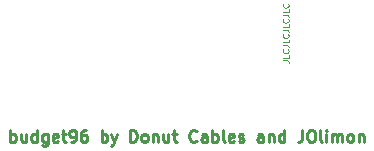
<source format=gbr>
G04 #@! TF.GenerationSoftware,KiCad,Pcbnew,(5.0.0)*
G04 #@! TF.CreationDate,2018-07-31T18:47:20-04:00*
G04 #@! TF.ProjectId,bottom_plate,626F74746F6D5F706C6174652E6B6963,rev?*
G04 #@! TF.SameCoordinates,Original*
G04 #@! TF.FileFunction,Legend,Top*
G04 #@! TF.FilePolarity,Positive*
%FSLAX46Y46*%
G04 Gerber Fmt 4.6, Leading zero omitted, Abs format (unit mm)*
G04 Created by KiCad (PCBNEW (5.0.0)) date 07/31/18 18:47:20*
%MOMM*%
%LPD*%
G01*
G04 APERTURE LIST*
%ADD10C,0.125000*%
%ADD11C,0.250000*%
G04 APERTURE END LIST*
D10*
X14966190Y-41679523D02*
X15323333Y-41679523D01*
X15394761Y-41703333D01*
X15442380Y-41750952D01*
X15466190Y-41822380D01*
X15466190Y-41870000D01*
X15466190Y-41203333D02*
X15466190Y-41441428D01*
X14966190Y-41441428D01*
X15418571Y-40750952D02*
X15442380Y-40774761D01*
X15466190Y-40846190D01*
X15466190Y-40893809D01*
X15442380Y-40965238D01*
X15394761Y-41012857D01*
X15347142Y-41036666D01*
X15251904Y-41060476D01*
X15180476Y-41060476D01*
X15085238Y-41036666D01*
X15037619Y-41012857D01*
X14990000Y-40965238D01*
X14966190Y-40893809D01*
X14966190Y-40846190D01*
X14990000Y-40774761D01*
X15013809Y-40750952D01*
X14966190Y-40393809D02*
X15323333Y-40393809D01*
X15394761Y-40417619D01*
X15442380Y-40465238D01*
X15466190Y-40536666D01*
X15466190Y-40584285D01*
X15466190Y-39917619D02*
X15466190Y-40155714D01*
X14966190Y-40155714D01*
X15418571Y-39465238D02*
X15442380Y-39489047D01*
X15466190Y-39560476D01*
X15466190Y-39608095D01*
X15442380Y-39679523D01*
X15394761Y-39727142D01*
X15347142Y-39750952D01*
X15251904Y-39774761D01*
X15180476Y-39774761D01*
X15085238Y-39750952D01*
X15037619Y-39727142D01*
X14990000Y-39679523D01*
X14966190Y-39608095D01*
X14966190Y-39560476D01*
X14990000Y-39489047D01*
X15013809Y-39465238D01*
X14966190Y-39108095D02*
X15323333Y-39108095D01*
X15394761Y-39131904D01*
X15442380Y-39179523D01*
X15466190Y-39250952D01*
X15466190Y-39298571D01*
X15466190Y-38631904D02*
X15466190Y-38870000D01*
X14966190Y-38870000D01*
X15418571Y-38179523D02*
X15442380Y-38203333D01*
X15466190Y-38274761D01*
X15466190Y-38322380D01*
X15442380Y-38393809D01*
X15394761Y-38441428D01*
X15347142Y-38465238D01*
X15251904Y-38489047D01*
X15180476Y-38489047D01*
X15085238Y-38465238D01*
X15037619Y-38441428D01*
X14990000Y-38393809D01*
X14966190Y-38322380D01*
X14966190Y-38274761D01*
X14990000Y-38203333D01*
X15013809Y-38179523D01*
X14966190Y-37822380D02*
X15323333Y-37822380D01*
X15394761Y-37846190D01*
X15442380Y-37893809D01*
X15466190Y-37965238D01*
X15466190Y-38012857D01*
X15466190Y-37346190D02*
X15466190Y-37584285D01*
X14966190Y-37584285D01*
X15418571Y-36893809D02*
X15442380Y-36917619D01*
X15466190Y-36989047D01*
X15466190Y-37036666D01*
X15442380Y-37108095D01*
X15394761Y-37155714D01*
X15347142Y-37179523D01*
X15251904Y-37203333D01*
X15180476Y-37203333D01*
X15085238Y-37179523D01*
X15037619Y-37155714D01*
X14990000Y-37108095D01*
X14966190Y-37036666D01*
X14966190Y-36989047D01*
X14990000Y-36917619D01*
X15013809Y-36893809D01*
D11*
X-8094380Y-48585380D02*
X-8094380Y-47585380D01*
X-8094380Y-47966333D02*
X-7999142Y-47918714D01*
X-7808666Y-47918714D01*
X-7713428Y-47966333D01*
X-7665809Y-48013952D01*
X-7618190Y-48109190D01*
X-7618190Y-48394904D01*
X-7665809Y-48490142D01*
X-7713428Y-48537761D01*
X-7808666Y-48585380D01*
X-7999142Y-48585380D01*
X-8094380Y-48537761D01*
X-6761047Y-47918714D02*
X-6761047Y-48585380D01*
X-7189619Y-47918714D02*
X-7189619Y-48442523D01*
X-7142000Y-48537761D01*
X-7046761Y-48585380D01*
X-6903904Y-48585380D01*
X-6808666Y-48537761D01*
X-6761047Y-48490142D01*
X-5856285Y-48585380D02*
X-5856285Y-47585380D01*
X-5856285Y-48537761D02*
X-5951523Y-48585380D01*
X-6142000Y-48585380D01*
X-6237238Y-48537761D01*
X-6284857Y-48490142D01*
X-6332476Y-48394904D01*
X-6332476Y-48109190D01*
X-6284857Y-48013952D01*
X-6237238Y-47966333D01*
X-6142000Y-47918714D01*
X-5951523Y-47918714D01*
X-5856285Y-47966333D01*
X-4951523Y-47918714D02*
X-4951523Y-48728238D01*
X-4999142Y-48823476D01*
X-5046761Y-48871095D01*
X-5142000Y-48918714D01*
X-5284857Y-48918714D01*
X-5380095Y-48871095D01*
X-4951523Y-48537761D02*
X-5046761Y-48585380D01*
X-5237238Y-48585380D01*
X-5332476Y-48537761D01*
X-5380095Y-48490142D01*
X-5427714Y-48394904D01*
X-5427714Y-48109190D01*
X-5380095Y-48013952D01*
X-5332476Y-47966333D01*
X-5237238Y-47918714D01*
X-5046761Y-47918714D01*
X-4951523Y-47966333D01*
X-4094380Y-48537761D02*
X-4189619Y-48585380D01*
X-4380095Y-48585380D01*
X-4475333Y-48537761D01*
X-4522952Y-48442523D01*
X-4522952Y-48061571D01*
X-4475333Y-47966333D01*
X-4380095Y-47918714D01*
X-4189619Y-47918714D01*
X-4094380Y-47966333D01*
X-4046761Y-48061571D01*
X-4046761Y-48156809D01*
X-4522952Y-48252047D01*
X-3761047Y-47918714D02*
X-3380095Y-47918714D01*
X-3618190Y-47585380D02*
X-3618190Y-48442523D01*
X-3570571Y-48537761D01*
X-3475333Y-48585380D01*
X-3380095Y-48585380D01*
X-2999142Y-48585380D02*
X-2808666Y-48585380D01*
X-2713428Y-48537761D01*
X-2665809Y-48490142D01*
X-2570571Y-48347285D01*
X-2522952Y-48156809D01*
X-2522952Y-47775857D01*
X-2570571Y-47680619D01*
X-2618190Y-47633000D01*
X-2713428Y-47585380D01*
X-2903904Y-47585380D01*
X-2999142Y-47633000D01*
X-3046761Y-47680619D01*
X-3094380Y-47775857D01*
X-3094380Y-48013952D01*
X-3046761Y-48109190D01*
X-2999142Y-48156809D01*
X-2903904Y-48204428D01*
X-2713428Y-48204428D01*
X-2618190Y-48156809D01*
X-2570571Y-48109190D01*
X-2522952Y-48013952D01*
X-1665809Y-47585380D02*
X-1856285Y-47585380D01*
X-1951523Y-47633000D01*
X-1999142Y-47680619D01*
X-2094380Y-47823476D01*
X-2142000Y-48013952D01*
X-2142000Y-48394904D01*
X-2094380Y-48490142D01*
X-2046761Y-48537761D01*
X-1951523Y-48585380D01*
X-1761047Y-48585380D01*
X-1665809Y-48537761D01*
X-1618190Y-48490142D01*
X-1570571Y-48394904D01*
X-1570571Y-48156809D01*
X-1618190Y-48061571D01*
X-1665809Y-48013952D01*
X-1761047Y-47966333D01*
X-1951523Y-47966333D01*
X-2046761Y-48013952D01*
X-2094380Y-48061571D01*
X-2142000Y-48156809D01*
X-380095Y-48585380D02*
X-380095Y-47585380D01*
X-380095Y-47966333D02*
X-284857Y-47918714D01*
X-94380Y-47918714D01*
X857Y-47966333D01*
X48476Y-48013952D01*
X96095Y-48109190D01*
X96095Y-48394904D01*
X48476Y-48490142D01*
X857Y-48537761D01*
X-94380Y-48585380D01*
X-284857Y-48585380D01*
X-380095Y-48537761D01*
X429428Y-47918714D02*
X667523Y-48585380D01*
X905619Y-47918714D02*
X667523Y-48585380D01*
X572285Y-48823476D01*
X524666Y-48871095D01*
X429428Y-48918714D01*
X2048476Y-48585380D02*
X2048476Y-47585380D01*
X2286571Y-47585380D01*
X2429428Y-47633000D01*
X2524666Y-47728238D01*
X2572285Y-47823476D01*
X2619904Y-48013952D01*
X2619904Y-48156809D01*
X2572285Y-48347285D01*
X2524666Y-48442523D01*
X2429428Y-48537761D01*
X2286571Y-48585380D01*
X2048476Y-48585380D01*
X3191333Y-48585380D02*
X3096095Y-48537761D01*
X3048476Y-48490142D01*
X3000857Y-48394904D01*
X3000857Y-48109190D01*
X3048476Y-48013952D01*
X3096095Y-47966333D01*
X3191333Y-47918714D01*
X3334190Y-47918714D01*
X3429428Y-47966333D01*
X3477047Y-48013952D01*
X3524666Y-48109190D01*
X3524666Y-48394904D01*
X3477047Y-48490142D01*
X3429428Y-48537761D01*
X3334190Y-48585380D01*
X3191333Y-48585380D01*
X3953238Y-47918714D02*
X3953238Y-48585380D01*
X3953238Y-48013952D02*
X4000857Y-47966333D01*
X4096095Y-47918714D01*
X4238952Y-47918714D01*
X4334190Y-47966333D01*
X4381809Y-48061571D01*
X4381809Y-48585380D01*
X5286571Y-47918714D02*
X5286571Y-48585380D01*
X4857999Y-47918714D02*
X4857999Y-48442523D01*
X4905619Y-48537761D01*
X5000857Y-48585380D01*
X5143714Y-48585380D01*
X5238952Y-48537761D01*
X5286571Y-48490142D01*
X5619904Y-47918714D02*
X6000857Y-47918714D01*
X5762761Y-47585380D02*
X5762761Y-48442523D01*
X5810380Y-48537761D01*
X5905619Y-48585380D01*
X6000857Y-48585380D01*
X7667523Y-48490142D02*
X7619904Y-48537761D01*
X7477047Y-48585380D01*
X7381809Y-48585380D01*
X7238952Y-48537761D01*
X7143714Y-48442523D01*
X7096095Y-48347285D01*
X7048476Y-48156809D01*
X7048476Y-48013952D01*
X7096095Y-47823476D01*
X7143714Y-47728238D01*
X7238952Y-47633000D01*
X7381809Y-47585380D01*
X7477047Y-47585380D01*
X7619904Y-47633000D01*
X7667523Y-47680619D01*
X8524666Y-48585380D02*
X8524666Y-48061571D01*
X8477047Y-47966333D01*
X8381809Y-47918714D01*
X8191333Y-47918714D01*
X8096095Y-47966333D01*
X8524666Y-48537761D02*
X8429428Y-48585380D01*
X8191333Y-48585380D01*
X8096095Y-48537761D01*
X8048476Y-48442523D01*
X8048476Y-48347285D01*
X8096095Y-48252047D01*
X8191333Y-48204428D01*
X8429428Y-48204428D01*
X8524666Y-48156809D01*
X9000857Y-48585380D02*
X9000857Y-47585380D01*
X9000857Y-47966333D02*
X9096095Y-47918714D01*
X9286571Y-47918714D01*
X9381809Y-47966333D01*
X9429428Y-48013952D01*
X9477047Y-48109190D01*
X9477047Y-48394904D01*
X9429428Y-48490142D01*
X9381809Y-48537761D01*
X9286571Y-48585380D01*
X9096095Y-48585380D01*
X9000857Y-48537761D01*
X10048476Y-48585380D02*
X9953238Y-48537761D01*
X9905619Y-48442523D01*
X9905619Y-47585380D01*
X10810380Y-48537761D02*
X10715142Y-48585380D01*
X10524666Y-48585380D01*
X10429428Y-48537761D01*
X10381809Y-48442523D01*
X10381809Y-48061571D01*
X10429428Y-47966333D01*
X10524666Y-47918714D01*
X10715142Y-47918714D01*
X10810380Y-47966333D01*
X10857999Y-48061571D01*
X10857999Y-48156809D01*
X10381809Y-48252047D01*
X11238952Y-48537761D02*
X11334190Y-48585380D01*
X11524666Y-48585380D01*
X11619904Y-48537761D01*
X11667523Y-48442523D01*
X11667523Y-48394904D01*
X11619904Y-48299666D01*
X11524666Y-48252047D01*
X11381809Y-48252047D01*
X11286571Y-48204428D01*
X11238952Y-48109190D01*
X11238952Y-48061571D01*
X11286571Y-47966333D01*
X11381809Y-47918714D01*
X11524666Y-47918714D01*
X11619904Y-47966333D01*
X13286571Y-48585380D02*
X13286571Y-48061571D01*
X13238952Y-47966333D01*
X13143714Y-47918714D01*
X12953238Y-47918714D01*
X12857999Y-47966333D01*
X13286571Y-48537761D02*
X13191333Y-48585380D01*
X12953238Y-48585380D01*
X12857999Y-48537761D01*
X12810380Y-48442523D01*
X12810380Y-48347285D01*
X12857999Y-48252047D01*
X12953238Y-48204428D01*
X13191333Y-48204428D01*
X13286571Y-48156809D01*
X13762761Y-47918714D02*
X13762761Y-48585380D01*
X13762761Y-48013952D02*
X13810380Y-47966333D01*
X13905619Y-47918714D01*
X14048476Y-47918714D01*
X14143714Y-47966333D01*
X14191333Y-48061571D01*
X14191333Y-48585380D01*
X15096095Y-48585380D02*
X15096095Y-47585380D01*
X15096095Y-48537761D02*
X15000857Y-48585380D01*
X14810380Y-48585380D01*
X14715142Y-48537761D01*
X14667523Y-48490142D01*
X14619904Y-48394904D01*
X14619904Y-48109190D01*
X14667523Y-48013952D01*
X14715142Y-47966333D01*
X14810380Y-47918714D01*
X15000857Y-47918714D01*
X15096095Y-47966333D01*
X16619904Y-47585380D02*
X16619904Y-48299666D01*
X16572285Y-48442523D01*
X16477047Y-48537761D01*
X16334190Y-48585380D01*
X16238952Y-48585380D01*
X17286571Y-47585380D02*
X17477047Y-47585380D01*
X17572285Y-47633000D01*
X17667523Y-47728238D01*
X17715142Y-47918714D01*
X17715142Y-48252047D01*
X17667523Y-48442523D01*
X17572285Y-48537761D01*
X17477047Y-48585380D01*
X17286571Y-48585380D01*
X17191333Y-48537761D01*
X17096095Y-48442523D01*
X17048476Y-48252047D01*
X17048476Y-47918714D01*
X17096095Y-47728238D01*
X17191333Y-47633000D01*
X17286571Y-47585380D01*
X18286571Y-48585380D02*
X18191333Y-48537761D01*
X18143714Y-48442523D01*
X18143714Y-47585380D01*
X18667523Y-48585380D02*
X18667523Y-47918714D01*
X18667523Y-47585380D02*
X18619904Y-47633000D01*
X18667523Y-47680619D01*
X18715142Y-47633000D01*
X18667523Y-47585380D01*
X18667523Y-47680619D01*
X19143714Y-48585380D02*
X19143714Y-47918714D01*
X19143714Y-48013952D02*
X19191333Y-47966333D01*
X19286571Y-47918714D01*
X19429428Y-47918714D01*
X19524666Y-47966333D01*
X19572285Y-48061571D01*
X19572285Y-48585380D01*
X19572285Y-48061571D02*
X19619904Y-47966333D01*
X19715142Y-47918714D01*
X19857999Y-47918714D01*
X19953238Y-47966333D01*
X20000857Y-48061571D01*
X20000857Y-48585380D01*
X20619904Y-48585380D02*
X20524666Y-48537761D01*
X20477047Y-48490142D01*
X20429428Y-48394904D01*
X20429428Y-48109190D01*
X20477047Y-48013952D01*
X20524666Y-47966333D01*
X20619904Y-47918714D01*
X20762761Y-47918714D01*
X20857999Y-47966333D01*
X20905619Y-48013952D01*
X20953238Y-48109190D01*
X20953238Y-48394904D01*
X20905619Y-48490142D01*
X20857999Y-48537761D01*
X20762761Y-48585380D01*
X20619904Y-48585380D01*
X21381809Y-47918714D02*
X21381809Y-48585380D01*
X21381809Y-48013952D02*
X21429428Y-47966333D01*
X21524666Y-47918714D01*
X21667523Y-47918714D01*
X21762761Y-47966333D01*
X21810380Y-48061571D01*
X21810380Y-48585380D01*
M02*

</source>
